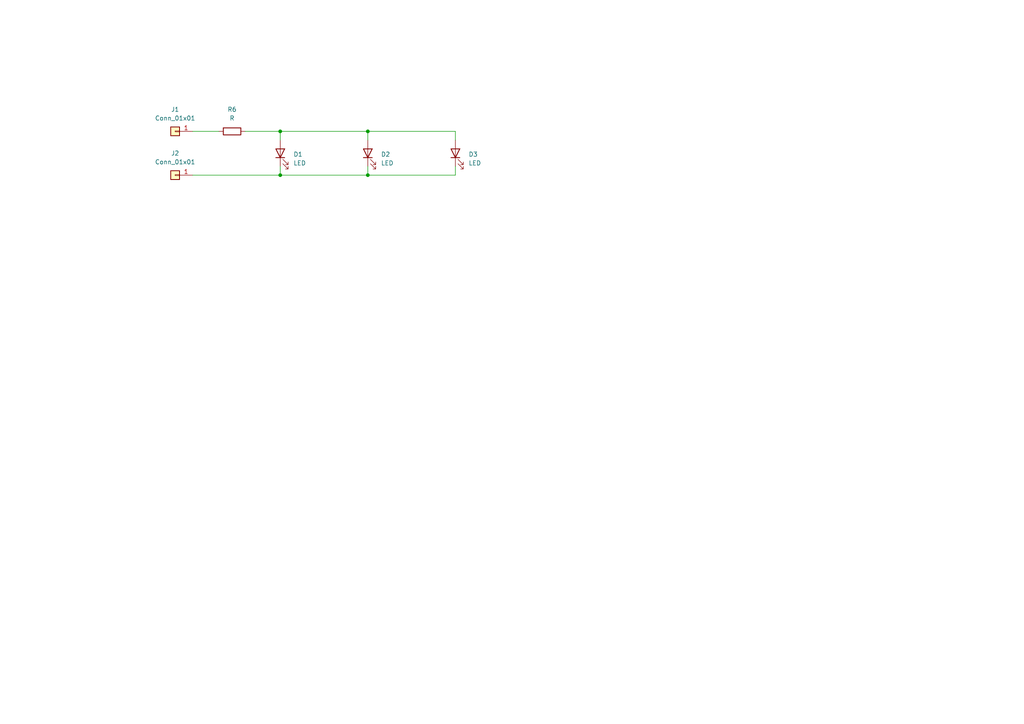
<source format=kicad_sch>
(kicad_sch (version 20211123) (generator eeschema)

  (uuid 9538e4ed-27e6-4c37-b989-9859dc0d49e8)

  (paper "A4")

  (title_block
    (title "hotdog_v0.2")
  )

  (lib_symbols
    (symbol "Connector_Generic:Conn_01x01" (pin_names (offset 1.016) hide) (in_bom yes) (on_board yes)
      (property "Reference" "J" (id 0) (at 0 2.54 0)
        (effects (font (size 1.27 1.27)))
      )
      (property "Value" "Conn_01x01" (id 1) (at 0 -2.54 0)
        (effects (font (size 1.27 1.27)))
      )
      (property "Footprint" "" (id 2) (at 0 0 0)
        (effects (font (size 1.27 1.27)) hide)
      )
      (property "Datasheet" "~" (id 3) (at 0 0 0)
        (effects (font (size 1.27 1.27)) hide)
      )
      (property "ki_keywords" "connector" (id 4) (at 0 0 0)
        (effects (font (size 1.27 1.27)) hide)
      )
      (property "ki_description" "Generic connector, single row, 01x01, script generated (kicad-library-utils/schlib/autogen/connector/)" (id 5) (at 0 0 0)
        (effects (font (size 1.27 1.27)) hide)
      )
      (property "ki_fp_filters" "Connector*:*_1x??_*" (id 6) (at 0 0 0)
        (effects (font (size 1.27 1.27)) hide)
      )
      (symbol "Conn_01x01_1_1"
        (rectangle (start -1.27 0.127) (end 0 -0.127)
          (stroke (width 0.1524) (type default) (color 0 0 0 0))
          (fill (type none))
        )
        (rectangle (start -1.27 1.27) (end 1.27 -1.27)
          (stroke (width 0.254) (type default) (color 0 0 0 0))
          (fill (type background))
        )
        (pin passive line (at -5.08 0 0) (length 3.81)
          (name "Pin_1" (effects (font (size 1.27 1.27))))
          (number "1" (effects (font (size 1.27 1.27))))
        )
      )
    )
    (symbol "Device:LED" (pin_numbers hide) (pin_names (offset 1.016) hide) (in_bom yes) (on_board yes)
      (property "Reference" "D" (id 0) (at 0 2.54 0)
        (effects (font (size 1.27 1.27)))
      )
      (property "Value" "LED" (id 1) (at 0 -2.54 0)
        (effects (font (size 1.27 1.27)))
      )
      (property "Footprint" "" (id 2) (at 0 0 0)
        (effects (font (size 1.27 1.27)) hide)
      )
      (property "Datasheet" "~" (id 3) (at 0 0 0)
        (effects (font (size 1.27 1.27)) hide)
      )
      (property "ki_keywords" "LED diode" (id 4) (at 0 0 0)
        (effects (font (size 1.27 1.27)) hide)
      )
      (property "ki_description" "Light emitting diode" (id 5) (at 0 0 0)
        (effects (font (size 1.27 1.27)) hide)
      )
      (property "ki_fp_filters" "LED* LED_SMD:* LED_THT:*" (id 6) (at 0 0 0)
        (effects (font (size 1.27 1.27)) hide)
      )
      (symbol "LED_0_1"
        (polyline
          (pts
            (xy -1.27 -1.27)
            (xy -1.27 1.27)
          )
          (stroke (width 0.254) (type default) (color 0 0 0 0))
          (fill (type none))
        )
        (polyline
          (pts
            (xy -1.27 0)
            (xy 1.27 0)
          )
          (stroke (width 0) (type default) (color 0 0 0 0))
          (fill (type none))
        )
        (polyline
          (pts
            (xy 1.27 -1.27)
            (xy 1.27 1.27)
            (xy -1.27 0)
            (xy 1.27 -1.27)
          )
          (stroke (width 0.254) (type default) (color 0 0 0 0))
          (fill (type none))
        )
        (polyline
          (pts
            (xy -3.048 -0.762)
            (xy -4.572 -2.286)
            (xy -3.81 -2.286)
            (xy -4.572 -2.286)
            (xy -4.572 -1.524)
          )
          (stroke (width 0) (type default) (color 0 0 0 0))
          (fill (type none))
        )
        (polyline
          (pts
            (xy -1.778 -0.762)
            (xy -3.302 -2.286)
            (xy -2.54 -2.286)
            (xy -3.302 -2.286)
            (xy -3.302 -1.524)
          )
          (stroke (width 0) (type default) (color 0 0 0 0))
          (fill (type none))
        )
      )
      (symbol "LED_1_1"
        (pin passive line (at -3.81 0 0) (length 2.54)
          (name "K" (effects (font (size 1.27 1.27))))
          (number "1" (effects (font (size 1.27 1.27))))
        )
        (pin passive line (at 3.81 0 180) (length 2.54)
          (name "A" (effects (font (size 1.27 1.27))))
          (number "2" (effects (font (size 1.27 1.27))))
        )
      )
    )
    (symbol "Device:R" (pin_numbers hide) (pin_names (offset 0)) (in_bom yes) (on_board yes)
      (property "Reference" "R" (id 0) (at 2.032 0 90)
        (effects (font (size 1.27 1.27)))
      )
      (property "Value" "R" (id 1) (at 0 0 90)
        (effects (font (size 1.27 1.27)))
      )
      (property "Footprint" "" (id 2) (at -1.778 0 90)
        (effects (font (size 1.27 1.27)) hide)
      )
      (property "Datasheet" "~" (id 3) (at 0 0 0)
        (effects (font (size 1.27 1.27)) hide)
      )
      (property "ki_keywords" "R res resistor" (id 4) (at 0 0 0)
        (effects (font (size 1.27 1.27)) hide)
      )
      (property "ki_description" "Resistor" (id 5) (at 0 0 0)
        (effects (font (size 1.27 1.27)) hide)
      )
      (property "ki_fp_filters" "R_*" (id 6) (at 0 0 0)
        (effects (font (size 1.27 1.27)) hide)
      )
      (symbol "R_0_1"
        (rectangle (start -1.016 -2.54) (end 1.016 2.54)
          (stroke (width 0.254) (type default) (color 0 0 0 0))
          (fill (type none))
        )
      )
      (symbol "R_1_1"
        (pin passive line (at 0 3.81 270) (length 1.27)
          (name "~" (effects (font (size 1.27 1.27))))
          (number "1" (effects (font (size 1.27 1.27))))
        )
        (pin passive line (at 0 -3.81 90) (length 1.27)
          (name "~" (effects (font (size 1.27 1.27))))
          (number "2" (effects (font (size 1.27 1.27))))
        )
      )
    )
  )

  (junction (at 106.68 50.8) (diameter 0) (color 0 0 0 0)
    (uuid 242d8477-cec6-4b57-aebe-17048c9c978e)
  )
  (junction (at 81.28 38.1) (diameter 0) (color 0 0 0 0)
    (uuid 32bfc1c9-7d59-4759-858a-ca2c7fac5aaa)
  )
  (junction (at 106.68 38.1) (diameter 0) (color 0 0 0 0)
    (uuid 445666b6-f621-40f7-8cdd-b0f642754117)
  )
  (junction (at 81.28 50.8) (diameter 0) (color 0 0 0 0)
    (uuid c0c1d321-59fb-4e73-a82d-6bc5798c0d11)
  )

  (wire (pts (xy 81.28 38.1) (xy 81.28 40.64))
    (stroke (width 0) (type default) (color 0 0 0 0))
    (uuid 023e0575-464f-47dc-9896-dd84214251d3)
  )
  (wire (pts (xy 106.68 50.8) (xy 132.08 50.8))
    (stroke (width 0) (type default) (color 0 0 0 0))
    (uuid 0bbcba93-7948-4aa0-ada6-2d294a74b55d)
  )
  (wire (pts (xy 81.28 48.26) (xy 81.28 50.8))
    (stroke (width 0) (type default) (color 0 0 0 0))
    (uuid 1b6765f6-dc4c-425b-96bd-0254f5a5fee6)
  )
  (wire (pts (xy 106.68 38.1) (xy 132.08 38.1))
    (stroke (width 0) (type default) (color 0 0 0 0))
    (uuid 365359e3-8809-4f5e-a9c5-d0f823bb79d8)
  )
  (wire (pts (xy 106.68 38.1) (xy 106.68 40.64))
    (stroke (width 0) (type default) (color 0 0 0 0))
    (uuid 5488bd48-47e7-44e2-a6ec-7d2585953829)
  )
  (wire (pts (xy 71.12 38.1) (xy 81.28 38.1))
    (stroke (width 0) (type default) (color 0 0 0 0))
    (uuid 61285af7-e844-42d1-b477-e4fa354c79e5)
  )
  (wire (pts (xy 132.08 50.8) (xy 132.08 48.26))
    (stroke (width 0) (type default) (color 0 0 0 0))
    (uuid 6bc84436-83da-4d15-8ad6-808659bf03bd)
  )
  (wire (pts (xy 55.88 50.8) (xy 81.28 50.8))
    (stroke (width 0) (type default) (color 0 0 0 0))
    (uuid 9a85de69-75bc-4f45-921f-1785aa22a39e)
  )
  (wire (pts (xy 81.28 50.8) (xy 106.68 50.8))
    (stroke (width 0) (type default) (color 0 0 0 0))
    (uuid 9d7babf8-17ba-4512-9ec4-bb2b5c53a9f0)
  )
  (wire (pts (xy 81.28 38.1) (xy 106.68 38.1))
    (stroke (width 0) (type default) (color 0 0 0 0))
    (uuid 9eeee165-547a-475a-9ea8-c5fb983f6ca8)
  )
  (wire (pts (xy 106.68 48.26) (xy 106.68 50.8))
    (stroke (width 0) (type default) (color 0 0 0 0))
    (uuid aeb2b3b8-670e-4ca8-af9c-db957bfb1be5)
  )
  (wire (pts (xy 132.08 38.1) (xy 132.08 40.64))
    (stroke (width 0) (type default) (color 0 0 0 0))
    (uuid df5cf516-5fc5-4457-834e-3e03494dabdd)
  )
  (wire (pts (xy 55.88 38.1) (xy 63.5 38.1))
    (stroke (width 0) (type default) (color 0 0 0 0))
    (uuid e08e841e-a0a6-49a0-9306-a345ae6d58a4)
  )

  (symbol (lib_id "Device:LED") (at 81.28 44.45 90) (unit 1)
    (in_bom yes) (on_board yes) (fields_autoplaced)
    (uuid 2eabb083-b6e2-4c2c-a042-fcc3e5220a95)
    (property "Reference" "D1" (id 0) (at 85.09 44.7674 90)
      (effects (font (size 1.27 1.27)) (justify right))
    )
    (property "Value" "LED" (id 1) (at 85.09 47.3074 90)
      (effects (font (size 1.27 1.27)) (justify right))
    )
    (property "Footprint" "LED_THT:LED_D5.0mm" (id 2) (at 81.28 44.45 0)
      (effects (font (size 1.27 1.27)) hide)
    )
    (property "Datasheet" "~" (id 3) (at 81.28 44.45 0)
      (effects (font (size 1.27 1.27)) hide)
    )
    (pin "1" (uuid 84aa8634-ff18-4d9b-8aa7-f08caf5ecbe8))
    (pin "2" (uuid a22164d4-5144-4874-96a2-c5c39242040f))
  )

  (symbol (lib_id "Device:LED") (at 106.68 44.45 90) (unit 1)
    (in_bom yes) (on_board yes) (fields_autoplaced)
    (uuid 3c9cbf0a-9c83-436d-b6b9-ecf8d3017cbe)
    (property "Reference" "D2" (id 0) (at 110.49 44.7674 90)
      (effects (font (size 1.27 1.27)) (justify right))
    )
    (property "Value" "LED" (id 1) (at 110.49 47.3074 90)
      (effects (font (size 1.27 1.27)) (justify right))
    )
    (property "Footprint" "LED_THT:LED_D5.0mm" (id 2) (at 106.68 44.45 0)
      (effects (font (size 1.27 1.27)) hide)
    )
    (property "Datasheet" "~" (id 3) (at 106.68 44.45 0)
      (effects (font (size 1.27 1.27)) hide)
    )
    (pin "1" (uuid f1b19c14-d89d-47d2-945d-155d70abc7b0))
    (pin "2" (uuid 4a050aee-cade-40be-b038-a7257a1ae0eb))
  )

  (symbol (lib_id "Connector_Generic:Conn_01x01") (at 50.8 50.8 180) (unit 1)
    (in_bom yes) (on_board yes) (fields_autoplaced)
    (uuid 8000f3ac-96eb-484e-a308-6f06b0dd2baa)
    (property "Reference" "J2" (id 0) (at 50.8 44.45 0))
    (property "Value" "Conn_01x01" (id 1) (at 50.8 46.99 0))
    (property "Footprint" "Connector_Wire:SolderWire-0.1sqmm_1x01_D0.4mm_OD1mm" (id 2) (at 50.8 50.8 0)
      (effects (font (size 1.27 1.27)) hide)
    )
    (property "Datasheet" "~" (id 3) (at 50.8 50.8 0)
      (effects (font (size 1.27 1.27)) hide)
    )
    (pin "1" (uuid c8adaee4-a569-4b26-9704-a76aac17e42f))
  )

  (symbol (lib_id "Connector_Generic:Conn_01x01") (at 50.8 38.1 180) (unit 1)
    (in_bom yes) (on_board yes) (fields_autoplaced)
    (uuid 9c8b39e2-a8ff-42cf-a3bc-36f609d4448b)
    (property "Reference" "J1" (id 0) (at 50.8 31.75 0))
    (property "Value" "Conn_01x01" (id 1) (at 50.8 34.29 0))
    (property "Footprint" "Connector_Wire:SolderWire-0.1sqmm_1x01_D0.4mm_OD1mm" (id 2) (at 50.8 38.1 0)
      (effects (font (size 1.27 1.27)) hide)
    )
    (property "Datasheet" "~" (id 3) (at 50.8 38.1 0)
      (effects (font (size 1.27 1.27)) hide)
    )
    (pin "1" (uuid b7ce4768-7629-4bf5-bc77-cb9a264813df))
  )

  (symbol (lib_id "Device:R") (at 67.31 38.1 270) (unit 1)
    (in_bom yes) (on_board yes) (fields_autoplaced)
    (uuid d53a2abe-9358-439e-b2da-923cdba0460a)
    (property "Reference" "R6" (id 0) (at 67.31 31.75 90))
    (property "Value" "R" (id 1) (at 67.31 34.29 90))
    (property "Footprint" "Resistor_THT:R_Axial_DIN0204_L3.6mm_D1.6mm_P5.08mm_Horizontal" (id 2) (at 67.31 36.322 90)
      (effects (font (size 1.27 1.27)) hide)
    )
    (property "Datasheet" "~" (id 3) (at 67.31 38.1 0)
      (effects (font (size 1.27 1.27)) hide)
    )
    (pin "1" (uuid 362f637d-50a3-44e7-ba4d-c3fbb52224d8))
    (pin "2" (uuid ba5675c8-12ec-4d91-80b5-f03cf349aa95))
  )

  (symbol (lib_id "Device:LED") (at 132.08 44.45 90) (unit 1)
    (in_bom yes) (on_board yes) (fields_autoplaced)
    (uuid f6d5e9da-12e8-4206-8278-99c8e9695d12)
    (property "Reference" "D3" (id 0) (at 135.89 44.7674 90)
      (effects (font (size 1.27 1.27)) (justify right))
    )
    (property "Value" "LED" (id 1) (at 135.89 47.3074 90)
      (effects (font (size 1.27 1.27)) (justify right))
    )
    (property "Footprint" "LED_THT:LED_D5.0mm" (id 2) (at 132.08 44.45 0)
      (effects (font (size 1.27 1.27)) hide)
    )
    (property "Datasheet" "~" (id 3) (at 132.08 44.45 0)
      (effects (font (size 1.27 1.27)) hide)
    )
    (pin "1" (uuid 43188703-7126-47c0-8784-d969e854aaa0))
    (pin "2" (uuid 5d7592ea-ef51-4262-a6ff-7bf9ba2d179e))
  )

  (sheet_instances
    (path "/" (page "1"))
  )

  (symbol_instances
    (path "/2eabb083-b6e2-4c2c-a042-fcc3e5220a95"
      (reference "D1") (unit 1) (value "LED") (footprint "LED_THT:LED_D5.0mm")
    )
    (path "/3c9cbf0a-9c83-436d-b6b9-ecf8d3017cbe"
      (reference "D2") (unit 1) (value "LED") (footprint "LED_THT:LED_D5.0mm")
    )
    (path "/f6d5e9da-12e8-4206-8278-99c8e9695d12"
      (reference "D3") (unit 1) (value "LED") (footprint "LED_THT:LED_D5.0mm")
    )
    (path "/9c8b39e2-a8ff-42cf-a3bc-36f609d4448b"
      (reference "J1") (unit 1) (value "Conn_01x01") (footprint "Connector_Wire:SolderWire-0.1sqmm_1x01_D0.4mm_OD1mm")
    )
    (path "/8000f3ac-96eb-484e-a308-6f06b0dd2baa"
      (reference "J2") (unit 1) (value "Conn_01x01") (footprint "Connector_Wire:SolderWire-0.1sqmm_1x01_D0.4mm_OD1mm")
    )
    (path "/d53a2abe-9358-439e-b2da-923cdba0460a"
      (reference "R6") (unit 1) (value "R") (footprint "Resistor_THT:R_Axial_DIN0204_L3.6mm_D1.6mm_P5.08mm_Horizontal")
    )
  )
)

</source>
